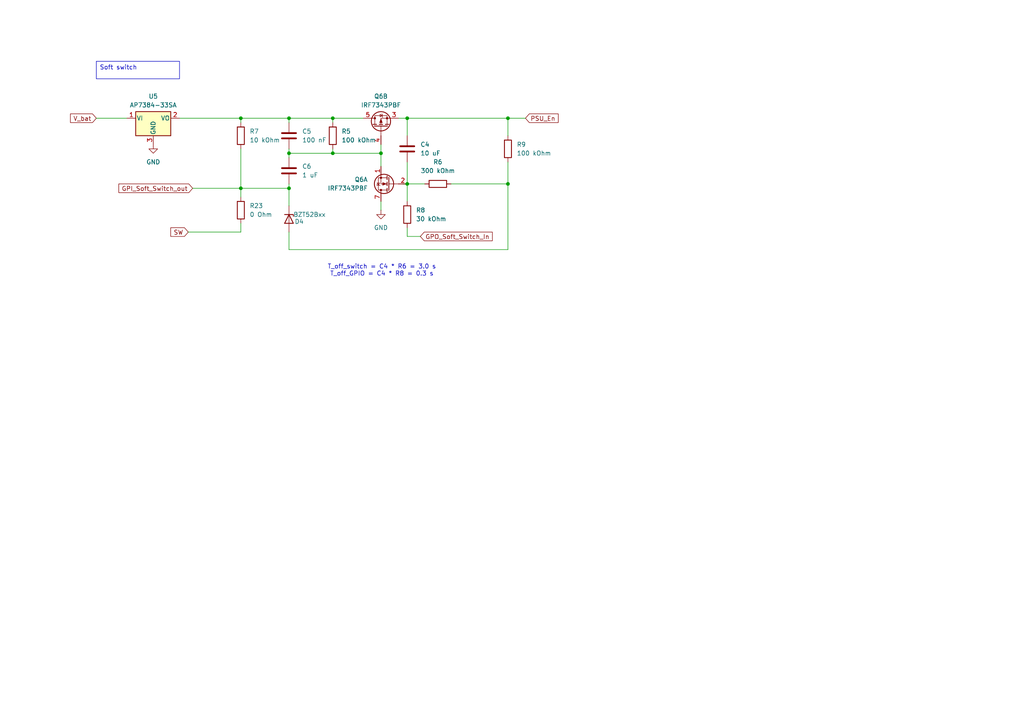
<source format=kicad_sch>
(kicad_sch (version 20231120) (generator "eeschema") (generator_version "8.0")
  (paper "A4")
  (lib_symbols
    (symbol "Device:C" (pin_numbers hide) (pin_names (offset 0.254))
      (property "Reference" "C" (at 0.635 2.54 0))
      (property "Value" "C" (at 0.635 -2.54 0))
      (symbol "C_0_1"
        (polyline (pts (xy -2.032 -0.762) (xy 2.032 -0.762)) (stroke (width 0.508)))
        (polyline (pts (xy -2.032 0.762) (xy 2.032 0.762)) (stroke (width 0.508)))
      )
      (symbol "C_1_1"
        (pin passive line (at 0 3.81 270) (length 2.794) (name "~") (number "1"))
        (pin passive line (at 0 -3.81 90) (length 2.794) (name "~") (number "2"))
      )
    )
    (symbol "Device:R" (pin_numbers hide) (pin_names (offset 0))
      (property "Reference" "R" (at 2.032 0 90))
      (property "Value" "R" (at 0 0 90))
      (symbol "R_0_1"
        (rectangle (start -1.016 -2.54) (end 1.016 2.54) (stroke (width 0.254)))
      )
      (symbol "R_1_1"
        (pin passive line (at 0 3.81 270) (length 1.27) (name "~") (number "1"))
        (pin passive line (at 0 -3.81 90) (length 1.27) (name "~") (number "2"))
      )
    )
    (symbol "Diode:BZT52Bxx" (pin_numbers hide) (pin_names hide)
      (property "Reference" "D" (at 0 2.54 0))
      (property "Value" "BZT52Bxx" (at 0 -2.54 0))
      (symbol "BZT52Bxx_0_1"
        (polyline (pts (xy 1.27 0) (xy -1.27 0)))
        (polyline (pts (xy -1.27 -1.27) (xy -1.27 1.27) (xy -0.762 1.27)) (stroke (width 0.254)))
        (polyline (pts (xy 1.27 -1.27) (xy 1.27 1.27) (xy -1.27 0) (xy 1.27 -1.27)) (stroke (width 0.254)))
      )
      (symbol "BZT52Bxx_1_1"
        (pin passive line (at -3.81 0 0) (length 2.54) (name "K") (number "1"))
        (pin passive line (at 3.81 0 180) (length 2.54) (name "A") (number "2"))
      )
    )
    (symbol "Regulator_Linear:AP7384-33SA" (pin_names (offset 0.254))
      (property "Reference" "U" (at -3.81 3.175 0))
      (property "Value" "AP7384-33SA" (at 0 3.175 0))
      (symbol "AP7384-33SA_0_1"
        (rectangle (start -5.08 1.905) (end 5.08 -5.08) (stroke (width 0.254)) (fill (type background)))
      )
      (symbol "AP7384-33SA_1_1"
        (pin power_in line (at -7.62 0 0) (length 2.54) (name "VI") (number "1"))
        (pin power_out line (at 7.62 0 180) (length 2.54) (name "VO") (number "2"))
        (pin power_in line (at 0 -7.62 90) (length 2.54) (name "GND") (number "3"))
      )
    )
    (symbol "Transistor_FET:IRF7343PBF" (pin_names hide)
      (property "Reference" "Q" (at 5.08 1.905 0))
      (property "Value" "IRF7343PBF" (at 5.08 0 0))
      (symbol "IRF7343PBF_0_1"
        (polyline (pts (xy 0.254 0) (xy -2.54 0)))
        (polyline (pts (xy 0.254 1.905) (xy 0.254 -1.905)) (stroke (width 0.254)))
        (polyline (pts (xy 0.762 -1.27) (xy 0.762 -2.286)) (stroke (width 0.254)))
        (polyline (pts (xy 0.762 0.508) (xy 0.762 -0.508)) (stroke (width 0.254)))
        (polyline (pts (xy 0.762 2.286) (xy 0.762 1.27)) (stroke (width 0.254)))
        (polyline (pts (xy 2.54 2.54) (xy 2.54 1.778)))
        (polyline (pts (xy 2.54 -2.54) (xy 2.54 0) (xy 0.762 0)))
        (polyline (pts (xy 0.762 -1.778) (xy 3.302 -1.778) (xy 3.302 1.778) (xy 0.762 1.778)))
        (circle (center 1.651 0) (radius 2.794) (stroke (width 0.254)))
        (circle (center 2.54 -1.778) (radius 0.254) (fill (type outline)))
        (circle (center 2.54 1.778) (radius 0.254) (fill (type outline)))
      )
      (symbol "IRF7343PBF_1_1"
        (polyline (pts (xy 1.016 0) (xy 2.032 0.381) (xy 2.032 -0.381) (xy 1.016 0)) (fill (type outline)))
        (polyline (pts (xy 2.794 0.508) (xy 2.921 0.381) (xy 3.683 0.381) (xy 3.81 0.254)))
        (polyline (pts (xy 3.302 0.381) (xy 2.921 -0.254) (xy 3.683 -0.254) (xy 3.302 0.381)))
        (pin passive line (at 2.54 -5.08 90) (length 2.54) (name "S") (number "1"))
        (pin input line (at -5.08 0 0) (length 2.54) (name "G") (number "2"))
        (pin passive line (at 2.54 5.08 270) (length 2.54) (name "D") (number "7"))
        (pin passive line (at 2.54 5.08 270) (length 2.54) hide (name "D") (number "8"))
      )
      (symbol "IRF7343PBF_2_1"
        (polyline (pts (xy 2.286 0) (xy 1.27 0.381) (xy 1.27 -0.381) (xy 2.286 0)) (fill (type outline)))
        (polyline (pts (xy 2.794 -0.508) (xy 2.921 -0.381) (xy 3.683 -0.381) (xy 3.81 -0.254)))
        (polyline (pts (xy 3.302 -0.381) (xy 2.921 0.254) (xy 3.683 0.254) (xy 3.302 -0.381)))
        (pin passive line (at 2.54 -5.08 90) (length 2.54) (name "1") (number "3"))
        (pin input line (at -5.08 0 0) (length 2.54) (name "G") (number "4"))
        (pin passive line (at 2.54 5.08 270) (length 2.54) (name "D") (number "5"))
        (pin passive line (at 2.54 5.08 270) (length 2.54) hide (name "D") (number "6"))
      )
    )
    (symbol "power:GND" (power) (pin_numbers hide) (pin_names (offset 0) hide)
      (property "Value" "GND" (at 0 -3.81 0))
      (symbol "GND_0_1"
        (polyline (pts (xy 0 0) (xy 0 -1.27) (xy 1.27 -1.27) (xy 0 -2.54) (xy -1.27 -1.27) (xy 0 -1.27)))
      )
      (symbol "GND_1_1"
        (pin power_in line (at 0 0 270) (length 0) (name "~") (number "1"))
      )
    )
  )
  (junction (at 69.85 54.61))
  (junction (at 69.85 34.29))
  (junction (at 83.82 54.61))
  (junction (at 118.11 34.29))
  (junction (at 147.32 53.34))
  (junction (at 96.52 44.45))
  (junction (at 83.82 44.45))
  (junction (at 147.32 34.29))
  (junction (at 96.52 34.29))
  (junction (at 118.11 53.34))
  (junction (at 83.82 34.29))
  (junction (at 110.49 44.45))
  (wire (pts (xy 69.85 67.31) (xy 54.61 67.31)))
  (wire (pts (xy 118.11 53.34) (xy 116.84 53.34)))
  (wire (pts (xy 118.11 34.29) (xy 118.11 39.37)))
  (wire (pts (xy 110.49 58.42) (xy 110.49 60.96)))
  (wire (pts (xy 110.49 44.45) (xy 110.49 48.26)))
  (wire (pts (xy 96.52 34.29) (xy 105.41 34.29)))
  (wire (pts (xy 83.82 45.72) (xy 83.82 44.45)))
  (wire (pts (xy 96.52 35.56) (xy 96.52 34.29)))
  (wire (pts (xy 130.81 53.34) (xy 147.32 53.34)))
  (wire (pts (xy 115.57 34.29) (xy 118.11 34.29)))
  (wire (pts (xy 83.82 54.61) (xy 83.82 53.34)))
  (wire (pts (xy 83.82 54.61) (xy 83.82 59.69)))
  (wire (pts (xy 147.32 46.99) (xy 147.32 53.34)))
  (wire (pts (xy 83.82 35.56) (xy 83.82 34.29)))
  (wire (pts (xy 147.32 53.34) (xy 147.32 72.39)))
  (wire (pts (xy 118.11 53.34) (xy 118.11 58.42)))
  (wire (pts (xy 55.88 54.61) (xy 69.85 54.61)))
  (wire (pts (xy 83.82 72.39) (xy 83.82 67.31)))
  (wire (pts (xy 83.82 43.18) (xy 83.82 44.45)))
  (wire (pts (xy 83.82 72.39) (xy 147.32 72.39)))
  (wire (pts (xy 147.32 34.29) (xy 152.4 34.29)))
  (wire (pts (xy 96.52 44.45) (xy 110.49 44.45)))
  (wire (pts (xy 69.85 43.18) (xy 69.85 54.61)))
  (wire (pts (xy 69.85 67.31) (xy 69.85 64.77)))
  (wire (pts (xy 27.94 34.29) (xy 36.83 34.29)))
  (wire (pts (xy 110.49 41.91) (xy 110.49 44.45)))
  (wire (pts (xy 83.82 34.29) (xy 96.52 34.29)))
  (wire (pts (xy 69.85 34.29) (xy 83.82 34.29)))
  (wire (pts (xy 118.11 68.58) (xy 121.92 68.58)))
  (wire (pts (xy 118.11 66.04) (xy 118.11 68.58)))
  (wire (pts (xy 83.82 44.45) (xy 96.52 44.45)))
  (wire (pts (xy 123.19 53.34) (xy 118.11 53.34)))
  (wire (pts (xy 52.07 34.29) (xy 69.85 34.29)))
  (wire (pts (xy 118.11 34.29) (xy 147.32 34.29)))
  (wire (pts (xy 69.85 54.61) (xy 83.82 54.61)))
  (wire (pts (xy 69.85 34.29) (xy 69.85 35.56)))
  (wire (pts (xy 96.52 44.45) (xy 96.52 43.18)))
  (wire (pts (xy 118.11 46.99) (xy 118.11 53.34)))
  (wire (pts (xy 69.85 54.61) (xy 69.85 57.15)))
  (wire (pts (xy 147.32 39.37) (xy 147.32 34.29)))
  (text_box "Soft switch\n" (at 27.94 17.78 0) (size 24.13 5.08) (effects (font (size 1.27 1.27)) (justify left top)))
  (text "T_off_switch = C4 * R6 = 3.0 s\nT_off_GPIO = C4 * R8 = 0.3 s\n" (at 110.744 78.486 0) (effects (font (size 1.27 1.27))))
  (global_label "V_bat" (shape input) (at 27.94 34.29 180) (property "Intersheetrefs" "${INTERSHEET_REFS}" (effects (hide yes))))
  (global_label "GPO_Soft_Switch_In" (shape input) (at 121.92 68.58 0) (property "Intersheetrefs" "${INTERSHEET_REFS}" (effects (hide yes))))
  (global_label "SW" (shape input) (at 54.61 67.31 180) (property "Intersheetrefs" "${INTERSHEET_REFS}" (effects (hide yes))))
  (global_label "PSU_En" (shape input) (at 152.4 34.29 0) (property "Intersheetrefs" "${INTERSHEET_REFS}" (effects (hide yes))))
  (global_label "GPI_Soft_Switch_out" (shape input) (at 55.88 54.61 180) (property "Intersheetrefs" "${INTERSHEET_REFS}" (effects (hide yes))))
  (symbol (lib_id "Device:R") (at 96.52 39.37 0) (unit 1)
    (property "Reference" "R5" (at 99.06 38.0999 0) (effects (justify left)))
    (property "Value" "100 kOhm" (at 99.06 40.6399 0) (effects (justify left)))
    (property "Footprint" "Resistor_SMD:R_0201_0603Metric_Pad0.64x0.40mm_HandSolder" (effects (hide yes)))
    (property "Description" "Resistor" (effects (hide yes)))
  )
  (symbol (lib_id "Device:C") (at 83.82 39.37 0) (unit 1)
    (property "Reference" "C5" (at 87.63 38.0999 0) (effects (justify left)))
    (property "Value" "100 nF" (at 87.63 40.6399 0) (effects (justify left)))
    (property "Footprint" "Capacitor_SMD:C_0201_0603Metric_Pad0.64x0.40mm_HandSolder" (effects (hide yes)))
    (property "Description" "Unpolarized capacitor" (effects (hide yes)))
  )
  (symbol (lib_id "Device:R") (at 69.85 39.37 0) (unit 1)
    (property "Reference" "R7" (at 72.39 38.0999 0) (effects (justify left)))
    (property "Value" "10 kOhm" (at 72.39 40.6399 0) (effects (justify left)))
    (property "Footprint" "Resistor_SMD:R_0201_0603Metric_Pad0.64x0.40mm_HandSolder" (effects (hide yes)))
    (property "Description" "Resistor" (effects (hide yes)))
  )
  (symbol (lib_id "power:GND") (at 110.49 60.96 0) (unit 1)
    (property "Reference" "#PWR07" (effects (hide yes)))
    (property "Value" "GND" (at 110.49 66.04 0))
    (property "Description" "Power symbol creates a global label with name \"GND\" , ground" (effects (hide yes)))
  )
  (symbol (lib_id "Device:C") (at 83.82 49.53 180) (unit 1)
    (property "Reference" "C6" (at 87.63 48.2599 0) (effects (justify right)))
    (property "Value" "1 uF" (at 87.63 50.7999 0) (effects (justify right)))
    (property "Footprint" "Capacitor_SMD:C_0402_1005Metric_Pad0.74x0.62mm_HandSolder" (effects (hide yes)))
    (property "Description" "Unpolarized capacitor" (effects (hide yes)))
  )
  (symbol (lib_id "Device:R") (at 69.85 60.96 180) (unit 1)
    (property "Reference" "R23" (at 72.39 59.6899 0) (effects (justify right)))
    (property "Value" "0 Ohm" (at 72.39 62.2299 0) (effects (justify right)))
    (property "Footprint" "Resistor_SMD:R_0201_0603Metric_Pad0.64x0.40mm_HandSolder" (effects (hide yes)))
    (property "Description" "Resistor" (effects (hide yes)))
  )
  (symbol (lib_id "Device:C") (at 118.11 43.18 180) (unit 1)
    (property "Reference" "C4" (at 121.92 41.9099 0) (effects (justify right)))
    (property "Value" "10 uF" (at 121.92 44.4499 0) (effects (justify right)))
    (property "Footprint" "Capacitor_SMD:C_0603_1608Metric_Pad1.08x0.95mm_HandSolder" (effects (hide yes)))
    (property "Description" "Unpolarized capacitor" (effects (hide yes)))
  )
  (symbol (lib_id "Device:R") (at 147.32 43.18 180) (unit 1)
    (property "Reference" "R9" (at 149.86 41.9099 0) (effects (justify right)))
    (property "Value" "100 kOhm" (at 149.86 44.4499 0) (effects (justify right)))
    (property "Footprint" "Resistor_SMD:R_0201_0603Metric_Pad0.64x0.40mm_HandSolder" (effects (hide yes)))
    (property "Description" "Resistor" (effects (hide yes)))
  )
  (symbol (lib_id "Transistor_FET:IRF7343PBF") (at 113.03 53.34 180) (unit 1)
    (property "Reference" "Q6" (at 106.68 52.0699 0) (effects (justify left)))
    (property "Value" "IRF7343PBF" (at 106.68 54.6099 0) (effects (justify left)))
    (property "Footprint" "Package_SO:SOIC-8_3.9x4.9mm_P1.27mm" (effects (hide yes)))
    (property "Datasheet" "https://www.infineon.com/dgdl/irf7343pbf.pdf?fileId=5546d462533600a4015355f68c1a1b73" (effects (hide yes)))
    (property "Description" "4A Id, 55V Vds, Dual HEXFET N- and P-channel MOSFET, SO-8" (effects (hide yes)))
  )
  (symbol (lib_id "Regulator_Linear:AP7384-33SA") (at 44.45 34.29 0) (unit 1)
    (property "Reference" "U5" (at 44.45 27.94 0))
    (property "Value" "AP7384-33SA" (at 44.45 30.48 0))
    (property "Footprint" "Package_TO_SOT_SMD:SOT-23" (effects (hide yes)))
    (property "Datasheet" "https://www.diodes.com/assets/Datasheets/AP7384.pdf" (effects (hide yes)))
    (property "Description" "50mA Low Dropout Voltage Regulator, Fixed Output 3.3V, Wide Input Voltage Range 40V, SOT-23" (effects (hide yes)))
  )
  (symbol (lib_id "Device:R") (at 127 53.34 90) (unit 1)
    (property "Reference" "R6" (at 127 46.99 90))
    (property "Value" "300 kOhm" (at 127 49.53 90))
    (property "Footprint" "Resistor_SMD:R_0201_0603Metric_Pad0.64x0.40mm_HandSolder" (effects (hide yes)))
    (property "Description" "Resistor" (effects (hide yes)))
  )
  (symbol (lib_id "Transistor_FET:IRF7343PBF") (at 110.49 36.83 90) (unit 2)
    (property "Reference" "Q6" (at 110.49 27.94 90))
    (property "Value" "IRF7343PBF" (at 110.49 30.48 90))
    (property "Footprint" "Package_SO:SOIC-8_3.9x4.9mm_P1.27mm" (effects (hide yes)))
    (property "Datasheet" "https://www.infineon.com/dgdl/irf7343pbf.pdf?fileId=5546d462533600a4015355f68c1a1b73" (effects (hide yes)))
    (property "Description" "4A Id, 55V Vds, Dual HEXFET N- and P-channel MOSFET, SO-8" (effects (hide yes)))
  )
  (symbol (lib_id "Device:R") (at 118.11 62.23 180) (unit 1)
    (property "Reference" "R8" (at 120.65 60.9599 0) (effects (justify right)))
    (property "Value" "30 kOhm" (at 120.65 63.4999 0) (effects (justify right)))
    (property "Footprint" "Resistor_SMD:R_0201_0603Metric_Pad0.64x0.40mm_HandSolder" (effects (hide yes)))
    (property "Description" "Resistor" (effects (hide yes)))
  )
  (symbol (lib_id "power:GND") (at 44.45 41.91 0) (unit 1)
    (property "Reference" "#PWR014" (effects (hide yes)))
    (property "Value" "GND" (at 44.45 46.99 0))
    (property "Description" "Power symbol creates a global label with name \"GND\" , ground" (effects (hide yes)))
  )
  (symbol (lib_id "Diode:BZT52Bxx") (at 83.82 63.5 270) (unit 1)
    (property "Reference" "D4" (at 88.138 64.262 90) (effects (justify right)))
    (property "Value" "BZT52Bxx" (at 94.488 62.23 90) (effects (justify right)))
    (property "Footprint" "Diode_SMD:D_SOD-123F" (effects (hide yes)))
    (property "Datasheet" "https://diotec.com/tl_files/diotec/files/pdf/datasheets/bzt52b2v4.pdf" (effects (hide yes)))
    (property "Description" "500mW Zener Diode, SOD-123F" (effects (hide yes)))
  )
)
</source>
